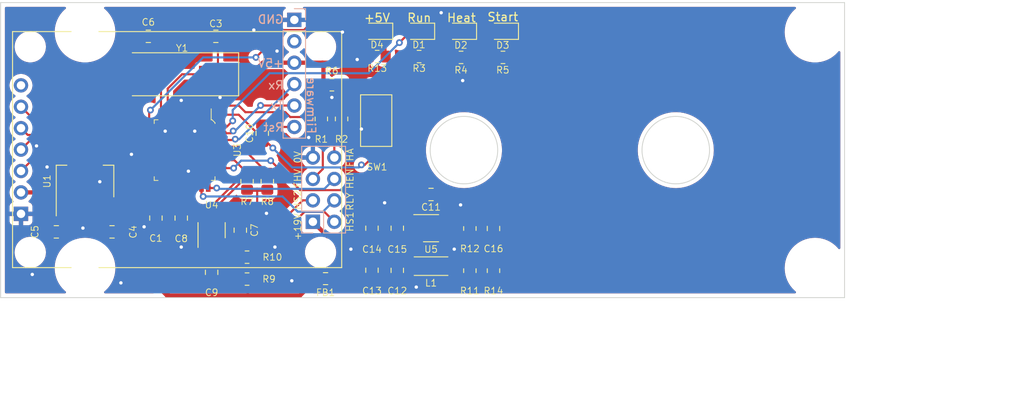
<source format=kicad_pcb>
(kicad_pcb (version 20211014) (generator pcbnew)
  (layers (0 "F.Cu" signal) (31 "B.Cu" signal) (34 "B.Paste" user) (35 "F.Paste" user) (36 "B.SilkS" user "B.Silkscreen") (37 "F.SilkS" user "F.Silkscreen") (38 "B.Mask" user) (39 "F.Mask" user) (44 "Edge.Cuts" user))
  (net 0 "")
  (net 1 "GNDPWR")
  (net 2 "Net-(C3-Pad1)")
  (net 3 "Net-(C5-Pad2)")
  (net 4 "Net-(C6-Pad1)")
  (net 5 "Net-(C10-Pad1)")
  (net 6 "Net-(C10-Pad2)")
  (net 7 "Net-(D1-Pad1)")
  (net 8 "Net-(D2-Pad1)")
  (net 9 "+5V")
  (net 10 "Net-(D3-Pad1)")
  (net 11 "FlagHighVoltage")
  (net 12 "FlagMBHeaterActive")
  (net 13 "HeaterSense1")
  (net 14 "HeaterSense2")
  (net 15 "RLY_CTRL")
  (net 22 "LED_MCU_ON")
  (net 23 "LED_Heater_ON")
  (net 24 "Net-(C12-Pad2)")
  (net 25 "LED_Heater_Start")
  (net 26 "VDC")
  (net 27 "Net-(R9-Pad1)")
  (net 28 "Disp_DC")
  (net 29 "Disp_RES")
  (net 30 "Disp_SDA")
  (net 31 "Disp_SCL")
  (net 32 "Heater_EN")
  (net 33 "Net-(R10-Pad1)")
  (net 34 "Net-(C11-Pad1)")
  (net 35 "Net-(C11-Pad2)")
  (net 36 "SDA")
  (net 37 "SCL")
  (net 38 "Net-(C16-Pad1)")
  (net 39 "Net-(C16-Pad2)")
  (net 40 "Net-(D4-Pad1)")
  (net 42 "Net-(J2-Pad4)")
  (net 43 "Net-(J2-Pad5)")
  (net 45 "Net-(U3-Pad20)")
  (footprint "Capacitor_SMD:C_0805_2012Metric_Pad1.18x1.45mm_HandSolder" (layer "F.Cu") (at 72.5 49)
    (fp_text reference "C6")
    (fp_text value "22pF")
  )
  (footprint "digikey-footprints:TQFP-32_7x7mm" (layer "F.Cu") (at 76.8 62.5 -90)
    (fp_text reference "U3")
    (fp_text value "ATMEGA328P-AU")
  )
  (footprint "Capacitor_SMD:C_0805_2012Metric_Pad1.18x1.45mm_HandSolder" (layer "F.Cu") (at 99 71.765 -90)
    (fp_text reference "C14")
    (fp_text value "10µF 50V")
  )
  (footprint "Capacitor_SMD:C_0805_2012Metric_Pad1.18x1.45mm_HandSolder" (layer "F.Cu") (at 83.4 72 -90)
    (fp_text reference "C7")
    (fp_text value "100nF")
  )
  (footprint "Capacitor_SMD:C_0805_2012Metric_Pad1.18x1.45mm_HandSolder" (layer "F.Cu") (at 68.2 72.2 180)
    (fp_text reference "C4")
    (fp_text value "100nF")
  )
  (footprint "LED_SMD:LED_0805_2012Metric_Pad1.15x1.40mm_HandSolder" (layer "F.Cu") (at 109.533332 48.4 180)
    (fp_text reference "D2")
    (fp_text value "\"Heater_ON\"")
  )
  (footprint "Capacitor_SMD:C_0805_2012Metric_Pad1.18x1.45mm_HandSolder" (layer "F.Cu") (at 106 67.765)
    (fp_text reference "C11")
    (fp_text value "100nF")
  )
  (footprint "Resistor_SMD:R_0805_2012Metric_Pad1.20x1.40mm_HandSolder" (layer "F.Cu") (at 110.6 71.8 90)
    (fp_text reference "R12")
    (fp_text value "100kΩ")
  )
  (footprint "MountingHole:MountingHole_3.2mm_M3" (layer "F.Cu") (at 151.5 48.5)
    (fp_text reference "H3" hide)
    (fp_text value "MountingHole")
  )
  (footprint "Resistor_SMD:R_0805_2012Metric_Pad1.20x1.40mm_HandSolder" (layer "F.Cu") (at 93 58.8 -90)
    (fp_text reference "R1")
    (fp_text value "1MΩ")
  )
  (footprint "Inductor_SMD:L_0805_2012Metric_Pad1.15x1.40mm_HandSolder" (layer "F.Cu") (at 93.5 77.75 180)
    (fp_text reference "FB1")
    (fp_text value "FerriteBead_Small")
  )
  (footprint "Resistor_SMD:R_0805_2012Metric_Pad1.20x1.40mm_HandSolder" (layer "F.Cu") (at 110.6 76.8 90)
    (fp_text reference "R11")
    (fp_text value "49.9Ω")
  )
  (footprint "myDevices:Display_IPS_1.3_SPI" (layer "F.Cu") (at 56.4125 76.4375 90)
    (fp_text reference "U2" hide)
    (fp_text value "Display_IPS_1.3_SPI")
  )
  (footprint "Capacitor_SMD:C_0805_2012Metric_Pad1.18x1.45mm_HandSolder" (layer "F.Cu") (at 80.5 49 180)
    (fp_text reference "C3")
    (fp_text value "22pF")
  )
  (footprint "LED_SMD:LED_0805_2012Metric_Pad1.15x1.40mm_HandSolder" (layer "F.Cu") (at 104.566666 48.4 180)
    (fp_text reference "D1")
    (fp_text value "\"MCU_ON\"")
  )
  (footprint "Package_TO_SOT_SMD:SOT-23-8_Handsoldering" (layer "F.Cu") (at 80 72 90)
    (fp_text reference "U4")
    (fp_text value "INA219AIDCNR")
  )
  (footprint "Resistor_SMD:R_0805_2012Metric_Pad1.20x1.40mm_HandSolder" (layer "F.Cu") (at 84.2 77.8)
    (fp_text reference "R9")
    (fp_text value "10Ω")
  )
  (footprint "Resistor_SMD:R_0805_2012Metric_Pad1.20x1.40mm_HandSolder" (layer "F.Cu") (at 84.2 75.2)
    (fp_text reference "R10")
    (fp_text value "10Ω")
  )
  (footprint "Package_TO_SOT_SMD:SOT-223-3_TabPin2" (layer "F.Cu") (at 65 66.2 90)
    (fp_text reference "U1")
    (fp_text value "AMS1117-3.3")
  )
  (footprint "Resistor_SMD:R_0805_2012Metric_Pad1.20x1.40mm_HandSolder" (layer "F.Cu") (at 104.589166 51.4)
    (fp_text reference "R3")
    (fp_text value "560Ω")
  )
  (footprint "Capacitor_SMD:C_0805_2012Metric_Pad1.18x1.45mm_HandSolder" (layer "F.Cu") (at 73.4 70.5625 90)
    (fp_text reference "C1")
    (fp_text value "100nF")
  )
  (footprint "MountingHole:MountingHole_3.2mm_M3" (layer "F.Cu") (at 151.5 76.5)
    (fp_text reference "H4" hide)
    (fp_text value "MountingHole")
  )
  (footprint "Capacitor_SMD:C_0805_2012Metric_Pad1.18x1.45mm_HandSolder" (layer "F.Cu") (at 61.6 72.2)
    (fp_text reference "C5")
    (fp_text value "100nF")
  )
  (footprint "MountingHole:MountingHole_3.2mm_M3" (layer "F.Cu") (at 65 76.5)
    (fp_text reference "H2" hide)
    (fp_text value "MountingHole")
  )
  (footprint "Capacitor_SMD:C_0805_2012Metric_Pad1.18x1.45mm_HandSolder" (layer "F.Cu") (at 102 76.765 90)
    (fp_text reference "C12")
    (fp_text value "22µF 25V")
  )
  (footprint "Resistor_SMD:R_0805_2012Metric_Pad1.20x1.40mm_HandSolder" (layer "F.Cu") (at 86.6 66.2 90)
    (fp_text reference "R8")
    (fp_text value "4.7kΩ")
  )
  (footprint "LED_SMD:LED_0805_2012Metric_Pad1.15x1.40mm_HandSolder" (layer "F.Cu") (at 99.6 48.4 180)
    (fp_text reference "D4")
    (fp_text value "\"+5V\"")
  )
  (footprint "Crystal:Crystal_SMD_HC49-SD" (layer "F.Cu") (at 76.5 53.5 180)
    (fp_text reference "Y1")
    (fp_text value "16MHz")
  )
  (footprint "Resistor_SMD:R_0805_2012Metric_Pad1.20x1.40mm_HandSolder" (layer "F.Cu") (at 109.555832 51.5)
    (fp_text reference "R4")
    (fp_text value "560Ω")
  )
  (footprint "Inductor_SMD:L_Taiyo-Yuden_NR-20xx_HandSoldering" (layer "F.Cu") (at 106 76.265 180)
    (fp_text reference "L1")
    (fp_text value "10µH 1A")
  )
  (footprint "Button_Switch_SMD:SW_SPST_CK_RS282G05A3" (layer "F.Cu") (at 99.5 59 -90)
    (fp_text reference "SW1")
    (fp_text value "RESET")
  )
  (footprint "Capacitor_SMD:C_0805_2012Metric_Pad1.18x1.45mm_HandSolder" (layer "F.Cu") (at 102 71.765 -90)
    (fp_text reference "C15")
    (fp_text value "100nF")
  )
  (footprint "Resistor_SMD:R_0805_2012Metric_Pad1.20x1.40mm_HandSolder" (layer "F.Cu") (at 113.4 76.8 -90)
    (fp_text reference "R14")
    (fp_text value "13.3kΩ")
  )
  (footprint "Resistor_SMD:R_0805_2012Metric_Pad1.20x1.40mm_HandSolder" (layer "F.Cu") (at 99.6225 51.4 180)
    (fp_text reference "R13")
    (fp_text value "330Ω")
  )
  (footprint "Resistor_SMD:R_0805_2012Metric_Pad1.20x1.40mm_HandSolder" (layer "F.Cu") (at 114.5225 51.5)
    (fp_text reference "R5")
    (fp_text value "560Ω")
  )
  (footprint "Capacitor_SMD:C_0805_2012Metric_Pad1.18x1.45mm_HandSolder" (layer "F.Cu") (at 76.4 70.5625 90)
    (fp_text reference "C8")
    (fp_text value "100nF")
  )
  (footprint "LED_SMD:LED_0805_2012Metric_Pad1.15x1.40mm_HandSolder" (layer "F.Cu") (at 114.5 48.4 180)
    (fp_text reference "D3")
    (fp_text value "\"Heater_Start\"")
  )
  (footprint "Capacitor_SMD:C_0805_2012Metric_Pad1.18x1.45mm_HandSolder" (layer "F.Cu") (at 113.4 71.8 -90)
    (fp_text reference "C16")
    (fp_text value "75pF")
  )
  (footprint "Package_TO_SOT_SMD:SOT-23-6_Handsoldering" (layer "F.Cu") (at 106 71.765)
    (fp_text reference "U5")
    (fp_text value "TPS54302")
  )
  (footprint "Capacitor_SMD:C_0805_2012Metric_Pad1.18x1.45mm_HandSolder" (layer "F.Cu") (at 86 60.5 -90)
    (fp_text reference "C10")
    (fp_text value "10nF")
  )
  (footprint "Capacitor_SMD:C_0805_2012Metric_Pad1.18x1.45mm_HandSolder" (layer "F.Cu") (at 99 76.75 90)
    (fp_text reference "C13")
    (fp_text value "22µF 25V")
  )
  (footprint "Capacitor_SMD:C_0805_2012Metric_Pad1.18x1.45mm_HandSolder" (layer "F.Cu") (at 80 77 -90)
    (fp_text reference "C9")
    (fp_text value "1µF")
  )
  (footprint "MountingHole:MountingHole_3.2mm_M3" (layer "F.Cu") (at 65 48.5)
    (fp_text reference "H1" hide)
    (fp_text value "MountingHole")
  )
  (footprint "Resistor_SMD:R_0805_2012Metric_Pad1.20x1.40mm_HandSolder" (layer "F.Cu") (at 95.4 58.8 -90)
    (fp_text reference "R2")
    (fp_text value "1MΩ")
  )
  (footprint "Resistor_SMD:R_0805_2012Metric_Pad1.20x1.40mm_HandSolder" (layer "F.Cu") (at 84.2 66.2 -90)
    (fp_text reference "R7")
    (fp_text value "4.7kΩ")
  )
  (footprint "Resistor_SMD:R_0805_2012Metric_Pad1.20x1.40mm_HandSolder" (layer "F.Cu") (at 94.25 54.75)
    (fp_text reference "R6")
    (fp_text value "10kΩ")
  )
  (footprint "Connector_PinHeader_2.54mm:PinHeader_2x04_P2.54mm_Vertical" (layer "B.Cu") (at 92 71)
    (fp_text reference "J1" hide)
    (fp_text value "MCU_Interface")
  )
  (footprint "Connector_PinHeader_2.54mm:PinHeader_1x06_P2.54mm_Vertical" (layer "B.Cu") (at 89.8 47.05 180)
    (fp_text reference "J2" hide)
    (fp_text value "Firmware")
  )
  (gr_line (start 55 80) (end 155 80) (layer "Edge.Cuts") (width 0.1))
  (gr_circle (center 109.9 62.5) (end 113.9 62.5) (layer "Edge.Cuts") (width 0.1) (fill none))
  (gr_circle (center 135 62.5) (end 139 62.5) (layer "Edge.Cuts") (width 0.1) (fill none))
  (gr_line (start 55 45) (end 55 80) (layer "Edge.Cuts") (width 0.1))
  (gr_line (start 155 45) (end 155 80) (layer "Edge.Cuts") (width 0.1))
  (gr_line (start 55 45) (end 155 45) (layer "Edge.Cuts") (width 0.1))
  (gr_text "Firmware" (at 91.8 57.2 270) (layer "B.SilkS") (effects (font (size 1 1)) (justify mirror)))
  (gr_text "Rst" (at 87.333334 59.8) (layer "B.SilkS") (effects (font (size 1 1)) (justify mirror)))
  (gr_text "Rx" (at 87.619048 54.8) (layer "B.SilkS") (effects (font (size 1 1)) (justify mirror)))
  (gr_text "Tx" (at 87.738095 57.2) (layer "B.SilkS") (effects (font (size 1 1)) (justify mirror)))
  (gr_text "+5V" (at 87 52.2) (layer "B.SilkS") (effects (font (size 1 1)) (justify mirror)))
  (gr_text "GND" (at 87 47) (layer "B.SilkS") (effects (font (size 1 1)) (justify mirror)))
  (gr_text "HEN" (at 96.4 65.9 90) (layer "F.SilkS") (effects (font (size 0.8 0.8) (thickness 0.1))))
  (gr_text "Start" (at 114.5 46.7) (layer "F.SilkS") (effects (font (size 1 1))))
  (gr_text "FHA" (at 96.4 63.4 90) (layer "F.SilkS") (effects (font (size 0.8 0.8) (thickness 0.1))))
  (gr_text "RLY" (at 96.4 68.6 90) (layer "F.SilkS") (effects (font (size 0.8 0.8) (thickness 0.1))))
  (gr_text "HS2" (at 90.2 68.4 90) (layer "F.SilkS") (effects (font (size 0.8 0.8) (thickness 0.1))))
  (gr_text "HS1" (at 96.4 71 90) (layer "F.SilkS") (effects (font (size 0.8 0.8) (thickness 0.1))))
  (gr_text "Heat" (at 109.6 46.8) (layer "F.SilkS") (effects (font (size 1 1))))
  (gr_text "+5V" (at 99.6 46.8) (layer "F.SilkS") (effects (font (size 1 1))))
  (gr_text "Run" (at 104.6 46.8) (layer "F.SilkS") (effects (font (size 1 1))))
  (gr_text "FHV" (at 90.2 65.85 90) (layer "F.SilkS") (effects (font (size 0.8 0.8) (thickness 0.1))))
  (gr_text "+19V" (at 90.2 71.6 90) (layer "F.SilkS") (effects (font (size 0.8 0.8) (thickness 0.1))))
  (gr_text "0V" (at 90.2 63.35 90) (layer "F.SilkS") (effects (font (size 0.8 0.8) (thickness 0.1))))
  (segment (start 73.4 71.6) (end 72 71.6) (width 0.5) (layer "F.Cu") (net 1))
  (segment (start 82.2375 72.125) (end 80.075 72.125) (width 0.25) (layer "F.Cu") (net 1))
  (segment (start 76.4 58.3) (end 76.4 56.6) (width 0.5) (layer "F.Cu") (net 1))
  (segment (start 79.67 71.72) (end 80.075 72.125) (width 0.25) (layer "F.Cu") (net 1))
  (segment (start 78 58.3) (end 78 60.25) (width 0.5) (layer "F.Cu") (net 1))
  (segment (start 80.33 72.38) (end 80.33 73.35) (width 0.25) (layer "F.Cu") (net 1))
  (segment (start 79.67 70.65) (end 79.67 71.72) (width 0.25) (layer "F.Cu") (net 1))
  (segment (start 77.2 65.05) (end 77.25 65) (width 0.5) (layer "F.Cu") (net 1))
  (segment (start 80.075 72.125) (end 80.33 72.38) (width 0.25) (layer "F.Cu") (net 1))
  (segment (start 83.4 70.9625) (end 82.2375 72.125) (width 0.25) (layer "F.Cu") (net 1))
  (segment (start 79.02 70.65) (end 79.67 70.65) (width 0.25) (layer "F.Cu") (net 1))
  (segment (start 77.2 66.7) (end 77.2 65.05) (width 0.5) (layer "F.Cu") (net 1))
  (segment (start 98.6225 51.4) (end 97.6 51.4) (width 0.5) (layer "F.Cu") (net 1))
  (segment (start 76.4 71.6) (end 76.4 74) (width 0.5) (layer "F.Cu") (net 1))
  (segment (start 97.6 51.4) (end 97.25 51.75) (width 0.5) (layer "F.Cu") (net 1))
  (via (at 87.75 50.75) (size 0.8) (drill 0.4) (layers "F.Cu" "B.Cu") (net 1))
  (via (at 77.25 65) (size 0.8) (drill 0.4) (layers "F.Cu" "B.Cu") (net 1))
  (via (at 76.4 74) (size 0.8) (drill 0.4) (layers "F.Cu" "B.Cu") (net 1))
  (via (at 64.75 71.75) (size 0.8) (drill 0.4) (layers "F.Cu" "B.Cu") (net 1))
  (via (at 104.25 78.75) (size 0.8) (drill 0.4) (layers "F.Cu" "B.Cu") (net 1))
  (via (at 108.75 74.25) (size 0.8) (drill 0.4) (layers "F.Cu" "B.Cu") (net 1))
  (via (at 97.75 60) (size 0.8) (drill 0.4) (layers "F.Cu" "B.Cu") (net 1))
  (via (at 91.5 61) (size 0.8) (drill 0.4) (layers "F.Cu" "B.Cu") (net 1))
  (via (at 70.5 63) (size 0.8) (drill 0.4) (layers "F.Cu" "B.Cu") (net 1))
  (via (at 78 60.25) (size 0.8) (drill 0.4) (layers "F.Cu" "B.Cu") (net 1))
  (via (at 74.5 60.25) (size 0.8) (drill 0.4) (layers "F.Cu" "B.Cu") (net 1))
  (via (at 97.25 51.75) (size 0.8) (drill 0.4) (layers "F.Cu" "B.Cu") (net 1))
  (via (at 94.25 56.25) (size 0.8) (drill 0.4) (layers "F.Cu" "B.Cu") (net 1))
  (via (at 76.4 56.6) (size 0.8) (drill 0.4) (layers "F.Cu" "B.Cu") (net 1))
  (via (at 109.75 54.25) (size 0.8) (drill 0.4) (layers "F.Cu" "B.Cu") (net 1))
  (via (at 109.5 69) (size 0.8) (drill 0.4) (layers "F.Cu" "B.Cu") (net 1))
  (via (at 58.75 77.25) (size 0.8) (drill 0.4) (layers "F.Cu" "B.Cu") (net 1))
  (via (at 85 48.25) (size 0.8) (drill 0.4) (layers "F.Cu" "B.Cu") (net 1))
  (via (at 95.5 48.5) (size 0.8) (drill 0.4) (layers "F.Cu" "B.Cu") (net 1))
  (via (at 66.75 66.25) (size 0.8) (drill 0.4) (layers "F.Cu" "B.Cu") (net 1))
  (via (at 87.5 74) (size 0.8) (drill 0.4) (layers "F.Cu" "B.Cu") (net 1))
  (via (at 69.25 78.25) (size 0.8) (drill 0.4) (layers "F.Cu" "B.Cu") (net 1))
  (via (at 59.25 62) (size 0.8) (drill 0.4) (layers "F.Cu" "B.Cu") (net 1))
  (via (at 100.5 68.75) (size 0.8) (drill 0.4) (layers "F.Cu" "B.Cu") (net 1))
  (via (at 81 56.25) (size 0.8) (drill 0.4) (layers "F.Cu" "B.Cu") (net 1))
  (via (at 86.5 70) (size 0.8) (drill 0.4) (layers "F.Cu" "B.Cu") (net 1))
  (via (at 89.5 78) (size 0.8) (drill 0.4) (layers "F.Cu" "B.Cu") (net 1))
  (via (at 72 71.6) (size 0.8) (drill 0.4) (layers "F.Cu" "B.Cu") (net 1))
  (via (at 96.5 74.25) (size 0.8) (drill 0.4) (layers "F.Cu" "B.Cu") (net 1))
  (via (at 107.2 46.2) (size 0.8) (drill 0.4) (layers "F.Cu" "B.Cu") (net 1))
  (via (at 60.5 64.5) (size 0.8) (drill 0.4) (layers "F.Cu" "B.Cu") (net 1))
  (segment (start 80.75 49.7875) (end 81.5375 49) (width 0.25) (layer "F.Cu") (net 2))
  (segment (start 76.5 53.5) (end 80.75 53.5) (width 0.25) (layer "F.Cu") (net 2))
  (segment (start 74.8 58.3) (end 74.8 55.2) (width 0.25) (layer "F.Cu") (net 2))
  (segment (start 74.8 55.2) (end 76.5 53.5) (width 0.25) (layer "F.Cu") (net 2))
  (segment (start 80.75 53.5) (end 80.75 49.7875) (width 0.25) (layer "F.Cu") (net 2))
  (segment (start 65 67.2) (end 65 63.05) (width 0.5) (layer "F.Cu") (net 3))
  (segment (start 65 67.4) (end 65 67.2) (width 0.5) (layer "F.Cu") (net 3))
  (segment (start 65 69.8375) (end 62.6375 72.2) (width 0.5) (layer "F.Cu") (net 3))
  (segment (start 65 69.35) (end 65 69.8375) (width 0.5) (layer "F.Cu") (net 3))
  (segment (start 64.8825 67.5175) (end 65 67.4) (width 0.5) (layer "F.Cu") (net 3))
  (segment (start 65 69.35) (end 65 67.4) (width 0.5) (layer "F.Cu") (net 3))
  (segment (start 57.4125 67.5175) (end 64.8825 67.5175) (width 0.5) (layer "F.Cu") (net 3))
  (segment (start 74 55.25) (end 72.25 53.5) (width 0.25) (layer "F.Cu") (net 4))
  (segment (start 72.25 49.7875) (end 71.4625 49) (width 0.25) (layer "F.Cu") (net 4))
  (segment (start 72.25 53.5) (end 72.25 49.7875) (width 0.25) (layer "F.Cu") (net 4))
  (segment (start 74 58.3) (end 74 55.25) (width 0.25) (layer "F.Cu") (net 4))
  (segment (start 89.8 59.75) (end 86.2875 59.75) (width 0.25) (layer "F.Cu") (net 5))
  (segment (start 86.2875 59.75) (end 86 59.4625) (width 0.25) (layer "F.Cu") (net 5))
  (segment (start 99.5 62.9) (end 99.5 59) (width 0.25) (layer "F.Cu") (net 6))
  (segment (start 97.75 64.25) (end 98.15 64.25) (width 0.25) (layer "F.Cu") (net 6))
  (segment (start 86.5375 61.5375) (end 87.25 62.25) (width 0.25) (layer "F.Cu") (net 6))
  (segment (start 85.4375 62.1) (end 86 61.5375) (width 0.25) (layer "F.Cu") (net 6))
  (segment (start 99.5 59) (end 95.25 54.75) (width 0.25) (layer "F.Cu") (net 6))
  (segment (start 86 61.5375) (end 86.5375 61.5375) (width 0.25) (layer "F.Cu") (net 6))
  (segment (start 81 62.1) (end 85.4375 62.1) (width 0.25) (layer "F.Cu") (net 6))
  (segment (start 98.15 64.25) (end 99.5 62.9) (width 0.25) (layer "F.Cu") (net 6))
  (via (at 97.75 64.25) (size 0.8) (drill 0.4) (layers "F.Cu" "B.Cu") (net 6))
  (via (at 87.25 62.25) (size 0.8) (drill 0.4) (layers "F.Cu" "B.Cu") (net 6))
  (segment (start 89.555 64.555) (end 97.445 64.555) (width 0.25) (layer "B.Cu") (net 6))
  (segment (start 87.25 62.25) (end 89.555 64.555) (width 0.25) (layer "B.Cu") (net 6))
  (segment (start 97.445 64.555) (end 97.75 64.25) (width 0.25) (layer "B.Cu") (net 6))
  (segment (start 105.6 51.4) (end 105.6 48.425) (width 0.25) (layer "F.Cu") (net 7))
  (segment (start 110.558332 48.4) (end 110.558332 51.4975) (width 0.25) (layer "F.Cu") (net 8))
  (segment (start 110.558332 51.4975) (end 110.555832 51.5) (width 0.25) (layer "F.Cu") (net 8))
  (segment (start 77.2 57.175) (end 79.175 55.2) (width 0.5) (layer "F.Cu") (net 9))
  (segment (start 83.4 73.0375) (end 85.4 71.0375) (width 0.25) (layer "F.Cu") (net 9))
  (segment (start 74.8 61.7) (end 76.5 60) (width 0.5) (layer "F.Cu") (net 9))
  (segment (start 73.4 69.5625) (end 74.6375 69.5625) (width 0.5) (layer "F.Cu") (net 9))
  (segment (start 76.175 60) (end 75.6 59.425) (width 0.5) (layer "F.Cu") (net 9))
  (segment (start 67.1625 69.4875) (end 67.3 69.35) (width 0.5) (layer "F.Cu") (net 9))
  (segment (start 89.8 52.13) (end 93.13 52.13) (width 0.5) (layer "F.Cu") (net 9))
  (segment (start 74.6375 69.5625) (end 74.8 69.4) (width 0.5) (layer "F.Cu") (net 9))
  (segment (start 93.25 52.25) (end 93.13 52.13) (width 0.5) (layer "F.Cu") (net 9))
  (segment (start 75.6 59.425) (end 75.6 58.3) (width 0.5) (layer "F.Cu") (net 9))
  (segment (start 94.845 52.13) (end 98.575 48.4) (width 0.5) (layer "F.Cu") (net 9))
  (segment (start 90.475 79.75) (end 92.475 77.75) (width 0.5) (layer "F.Cu") (net 9))
  (segment (start 86.6 67.2) (end 85.4 67.2) (width 0.5) (layer "F.Cu") (net 9))
  (segment (start 76.5 60) (end 76.175 60) (width 0.5) (layer "F.Cu") (net 9))
  (segment (start 76.75 60) (end 76.5 60) (width 0.5) (layer "F.Cu") (net 9))
  (segment (start 74.8 66.7) (end 74.8 69.4) (width 0.5) (layer "F.Cu") (net 9))
  (segment (start 84.275 79.675) (end 84.35 79.75) (width 0.25) (layer "F.Cu") (net 9))
  (segment (start 74.8 69.4) (end 74.8 79.6625) (width 0.5) (layer "F.Cu") (net 9))
  (segment (start 74.7125 79.75) (end 84.35 79.75) (width 0.5) (layer "F.Cu") (net 9))
  (segment (start 80.98 73.35) (end 83.0875 73.35) (width 0.25) (layer "F.Cu") (net 9))
  (segment (start 93.13 52.13) (end 94.845 52.13) (width 0.5) (layer "F.Cu") (net 9))
  (segment (start 83 55.2) (end 86.07 52.13) (width 0.5) (layer "F.Cu") (net 9))
  (segment (start 86.07 52.13) (end 89.8 52.13) (width 0.5) (layer "F.Cu") (net 9))
  (segment (start 93.25 54.75) (end 93.25 52.25) (width 0.5) (layer "F.Cu") (net 9))
  (segment (start 77.2 58.3) (end 77.2 57.175) (width 0.5) (layer "F.Cu") (net 9))
  (segment (start 85.4 71.0375) (end 85.4 67.2) (width 0.25) (layer "F.Cu") (net 9))
  (segment (start 93 57.8) (end 93 55) (width 0.5) (layer "F.Cu") (net 9))
  (segment (start 74.8 79.6625) (end 74.7125 79.75) (width 0.5) (layer "F.Cu") (net 9))
  (segment (start 83.0875 73.35) (end 83.4 73.0375) (width 0.25) (layer "F.Cu") (net 9))
  (segment (start 77.2 58.3) (end 77.2 59.55) (width 0.5) (layer "F.Cu") (net 9))
  (segment (start 84.35 79.75) (end 90.475 79.75) (width 0.5) (layer "F.Cu") (net 9))
  (segment (start 77.2 59.55) (end 76.75 60) (width 0.5) (layer "F.Cu") (net 9))
  (segment (start 84.275 73.9125) (end 84.275 79.675) (width 0.25) (layer "F.Cu") (net 9))
  (segment (start 85.4 67.2) (end 84.2 67.2) (width 0.5) (layer "F.Cu") (net 9))
  (segment (start 83.4 73.0375) (end 84.275 73.9125) (width 0.25) (layer "F.Cu") (net 9))
  (segment (start 95.6 57.8) (end 93 57.8) (width 0.5) (layer "F.Cu") (net 9))
  (segment (start 74.8 66.7) (end 74.8 61.7) (width 0.5) (layer "F.Cu") (net 9))
  (segment (start 67.1625 72.2) (end 67.1625 69.4875) (width 0.5) (layer "F.Cu") (net 9))
  (segment (start 79.175 55.2) (end 83 55.2) (width 0.5) (layer "F.Cu") (net 9))
  (segment (start 93 55) (end 93.25 54.75) (width 0.5) (layer "F.Cu") (net 9))
  (segment (start 67.1625 72.2) (end 74.7125 79.75) (width 0.5) (layer "F.Cu") (net 9))
  (segment (start 115.525 51.4975) (end 115.5225 51.5) (width 0.25) (layer "F.Cu") (net 10))
  (segment (start 115.525 48.4) (end 115.525 51.4975) (width 0.25) (layer "F.Cu") (net 10))
  (segment (start 90.175 61.975) (end 93.175 61.975) (width 0.25) (layer "F.Cu") (net 11))
  (segment (start 93.175 59.975) (end 93 59.8) (width 0.25) (layer "F.Cu") (net 11))
  (segment (start 85.511827 60.6) (end 88.8 60.6) (width 0.25) (layer "F.Cu") (net 11))
  (segment (start 93.175 64.745) (end 93.175 61.975) (width 0.25) (layer "F.Cu") (net 11))
  (segment (start 88.8 60.6) (end 90.175 61.975) (width 0.25) (layer "F.Cu") (net 11))
  (segment (start 79.6 58.3) (end 83.211827 58.3) (width 0.25) (layer "F.Cu") (net 11))
  (segment (start 93.175 61.975) (end 93.175 59.975) (width 0.25) (layer "F.Cu") (net 11))
  (segment (start 92 65.92) (end 93.175 64.745) (width 0.25) (layer "F.Cu") (net 11))
  (segment (start 83.211827 58.3) (end 85.511827 60.6) (width 0.25) (layer "F.Cu") (net 11))
  (segment (start 94.4 58.8) (end 95.4 59.8) (width 0.25) (layer "F.Cu") (net 12))
  (segment (start 78.875 57.225) (end 83.225 57.225) (width 0.25) (layer "F.Cu") (net 12))
  (segment (start 78.8 57.3) (end 78.875 57.225) (width 0.25) (layer "F.Cu") (net 12))
  (segment (start 92.161827 58.575) (end 92.386827 58.8) (width 0.25) (layer "F.Cu") (net 12))
  (segment (start 92.386827 58.8) (end 94.4 58.8) (width 0.25) (layer "F.Cu") (net 12))
  (segment (start 88.738299 58) (end 89.313299 58.575) (width 0.25) (layer "F.Cu") (net 12))
  (segment (start 89.313299 58.575) (end 92.161827 58.575) (width 0.25) (layer "F.Cu") (net 12))
  (segment (start 94.54 63.38) (end 94.54 60.86) (width 0.25) (layer "F.Cu") (net 12))
  (segment (start 83.225 57.225) (end 84 58) (width 0.25) (layer "F.Cu") (net 12))
  (segment (start 94.54 60.86) (end 95.6 59.8) (width 0.25) (layer "F.Cu") (net 12))
  (segment (start 78.8 58.3) (end 78.8 57.3) (width 0.25) (layer "F.Cu") (net 12))
  (segment (start 84 58) (end 88.738299 58) (width 0.25) (layer "F.Cu") (net 12))
  (segment (start 88.6 75.2) (end 86 77.8) (width 0.25) (layer "F.Cu") (net 13))
  (segment (start 94.54 71) (end 93.365 69.825) (width 0.25) (layer "F.Cu") (net 13))
  (segment (start 91 69.825) (end 88.6 72.225) (width 0.25) (layer "F.Cu") (net 13))
  (segment (start 93.365 69.825) (end 91 69.825) (width 0.25) (layer "F.Cu") (net 13))
  (segment (start 88.6 72.225) (end 88.6 75.2) (width 0.25) (layer "F.Cu") (net 13))
  (segment (start 86 77.8) (end 85.2 77.8) (width 0.25) (layer "F.Cu") (net 13))
  (segment (start 85.2 74.057919) (end 85.2 75.2) (width 0.25) (layer "F.Cu") (net 14))
  (segment (start 90.797919 68.46) (end 85.2 74.057919) (width 0.25) (layer "F.Cu") (net 14))
  (segment (start 92 68.46) (end 90.797919 68.46) (width 0.25) (layer "F.Cu") (net 14))
  (segment (start 78.8 67.8) (end 79 68) (width 0.25) (layer "F.Cu") (net 15))
  (segment (start 78.8 66.7) (end 78.8 67.8) (width 0.25) (layer "F.Cu") (net 15))
  (via (at 79 68) (size 0.8) (drill 0.4) (layers "F.Cu" "B.Cu") (net 15))
  (segment (start 90.2 69.8) (end 93.2 69.8) (width 0.25) (layer "B.Cu") (net 15))
  (segment (start 93.2 69.8) (end 94.54 68.46) (width 0.25) (layer "B.Cu") (net 15))
  (segment (start 88.4 68) (end 90.2 69.8) (width 0.25) (layer "B.Cu") (net 15))
  (segment (start 79 68) (end 88.4 68) (width 0.25) (layer "B.Cu") (net 15))
  (segment (start 103.541666 48.4) (end 103.541666 48.458334) (width 0.25) (layer "F.Cu") (net 22))
  (segment (start 103.541666 48.458334) (end 102.25 49.75) (width 0.25) (layer "F.Cu") (net 22))
  (segment (start 81 59.7) (end 81.8245 59.7) (width 0.25) (layer "F.Cu") (net 22))
  (segment (start 81.8245 59.7) (end 82.5 59.0245) (width 0.25) (layer "F.Cu") (net 22))
  (via (at 82.5 59.0245) (size 0.8) (drill 0.4) (layers "F.Cu" "B.Cu") (net 22))
  (via (at 102.25 49.75) (size 0.8) (drill 0.4) (layers "F.Cu" "B.Cu") (net 22))
  (segment (start 86.875 53.375) (end 98.625 53.375) (width 0.25) (layer "B.Cu") (net 22))
  (segment (start 82.5 57.75) (end 86.875 53.375) (width 0.25) (layer "B.Cu") (net 22))
  (segment (start 98.625 53.375) (end 102.25 49.75) (width 0.25) (layer "B.Cu") (net 22))
  (segment (start 82.5 59.0245) (end 82.5 57.75) (width 0.25) (layer "B.Cu") (net 22))
  (segment (start 90.5 67.25) (end 87 63.75) (width 0.25) (layer "F.Cu") (net 23))
  (segment (start 97.3 67.25) (end 90.5 67.25) (width 0.25) (layer "F.Cu") (net 23))
  (segment (start 107.630832 49.2775) (end 107.630832 56.919168) (width 0.25) (layer "F.Cu") (net 23))
  (segment (start 82.612701 64.637299) (end 81.137299 64.637299) (width 0.25) (layer "F.Cu") (net 23))
  (segment (start 107.630832 56.919168) (end 97.3 67.25) (width 0.25) (layer "F.Cu") (net 23))
  (segment (start 108.508332 48.4) (end 107.630832 49.2775) (width 0.25) (layer "F.Cu") (net 23))
  (segment (start 81.137299 64.637299) (end 81 64.5) (width 0.25) (layer "F.Cu") (net 23))
  (via (at 82.612701 64.637299) (size 0.8) (drill 0.4) (layers "F.Cu" "B.Cu") (net 23))
  (via (at 87 63.75) (size 0.8) (drill 0.4) (layers "F.Cu" "B.Cu") (net 23))
  (segment (start 87 63.75) (end 83.5 63.75) (width 0.25) (layer "B.Cu") (net 23))
  (segment (start 83.5 63.75) (end 82.612701 64.637299) (width 0.25) (layer "B.Cu") (net 23))
  (segment (start 102.5375 76.265) (end 102 75.7275) (width 0.5) (layer "F.Cu") (net 24))
  (segment (start 104.825 77.225) (end 104.825 76.265) (width 0.5) (layer "F.Cu") (net 24))
  (segment (start 110.6 77.8) (end 105.4 77.8) (width 0.5) (layer "F.Cu") (net 24))
  (segment (start 102 75.7275) (end 99.015 75.7275) (width 0.5) (layer "F.Cu") (net 24))
  (segment (start 96.5625 75.7125) (end 99 75.7125) (width 0.5) (layer "F.Cu") (net 24))
  (segment (start 105.4 77.8) (end 104.825 77.225) (width 0.5) (layer "F.Cu") (net 24))
  (segment (start 94.525 77.75) (end 96.5625 75.7125) (width 0.5) (layer "F.Cu") (net 24))
  (segment (start 104.825 76.265) (end 102.5375 76.265) (width 0.5) (layer "F.Cu") (net 24))
  (segment (start 99.015 75.7275) (end 99 75.7125) (width 0.5) (layer "F.Cu") (net 24))
  (segment (start 90.95 48.25) (end 88.5 48.25) (width 0.25) (layer "F.Cu") (net 25))
  (segment (start 88.5 48.25) (end 85.25 51.5) (width 0.25) (layer "F.Cu") (net 25))
  (segment (start 72.6 57.9) (end 72.75 57.75) (width 0.25) (layer "F.Cu") (net 25))
  (segment (start 113.475 48.4) (end 112.45 47.375) (width 0.25) (layer "F.Cu") (net 25))
  (segment (start 91.825 47.375) (end 90.95 48.25) (width 0.25) (layer "F.Cu") (net 25))
  (segment (start 112.45 47.375) (end 91.825 47.375) (width 0.25) (layer "F.Cu") (net 25))
  (segment (start 72.6 59.7) (end 72.6 57.9) (width 0.25) (layer "F.Cu") (net 25))
  (via (at 85.25 51.5) (size 0.8) (drill 0.4) (layers "F.Cu" "B.Cu") (net 25))
  (via (at 72.75 57.75) (size 0.8) (drill 0.4) (layers "F.Cu" "B.Cu") (net 25))
  (segment (start 85.25 51.5) (end 79 51.5) (width 0.25) (layer "B.Cu") (net 25))
  (segment (start 79 51.5) (end 72.75 57.75) (width 0.25) (layer "B.Cu") (net 25))
  (segment (start 93.715 72.715) (end 92 71) (width 0.5) (layer "F.Cu") (net 26))
  (segment (start 104.65 72.715) (end 93.715 72.715) (width 0.5) (layer "F.Cu") (net 26))
  (segment (start 82.9625 78.0375) (end 80 78.0375) (width 0.25) (layer "F.Cu") (net 27))
  (segment (start 78.6 73.77) (end 79.02 73.35) (width 0.25) (layer "F.Cu") (net 27))
  (segment (start 83.2 77.8) (end 82.9625 78.0375) (width 0.25) (layer "F.Cu") (net 27))
  (segment (start 80 78.0375) (end 78.6 76.6375) (width 0.25) (layer "F.Cu") (net 27))
  (segment (start 78.6 76.6375) (end 78.6 73.77) (width 0.25) (layer "F.Cu") (net 27))
  (segment (start 68.609188 61.3) (end 67.559188 60.25) (width 0.25) (layer "F.Cu") (net 28))
  (segment (start 67.559188 60.25) (end 60.305 60.25) (width 0.25) (layer "F.Cu") (net 28))
  (segment (start 72.6 61.3) (end 68.609188 61.3) (width 0.25) (layer "F.Cu") (net 28))
  (segment (start 60.305 60.25) (end 57.4125 57.3575) (width 0.25) (layer "F.Cu") (net 28))
  (segment (start 58.215 60.7) (end 57.4125 59.8975) (width 0.25) (layer "F.Cu") (net 29))
  (segment (start 67.372792 60.7) (end 58.215 60.7) (width 0.25) (layer "F.Cu") (net 29))
  (segment (start 72.6 62.1) (end 68.772792 62.1) (width 0.25) (layer "F.Cu") (net 29))
  (segment (start 68.772792 62.1) (end 67.372792 60.7) (width 0.25) (layer "F.Cu") (net 29))
  (segment (start 58.7 61.15) (end 57.4125 62.4375) (width 0.25) (layer "F.Cu") (net 30))
  (segment (start 70.536396 64.5) (end 67.186396 61.15) (width 0.25) (layer "F.Cu") (net 30))
  (segment (start 67.186396 61.15) (end 58.7 61.15) (width 0.25) (layer "F.Cu") (net 30))
  (segment (start 72.6 64.5) (end 70.536396 64.5) (width 0.25) (layer "F.Cu") (net 30))
  (segment (start 74 66.7) (end 72.1 66.7) (width 0.25) (layer "F.Cu") (net 31))
  (segment (start 72.1 66.7) (end 67 61.6) (width 0.25) (layer "F.Cu") (net 31))
  (segment (start 67 61.6) (end 60.79 61.6) (width 0.25) (layer "F.Cu") (net 31))
  (segment (start 60.79 61.6) (end 57.4125 64.9775) (width 0.25) (layer "F.Cu") (net 31))
  (segment (start 79.9 67) (end 79.6 66.7) (width 0.25) (layer "F.Cu") (net 32))
  (segment (start 80.6 67) (end 79.9 67) (width 0.25) (layer "F.Cu") (net 32))
  (via (at 80.6 67) (size 0.8) (drill 0.4) (layers "F.Cu" "B.Cu") (net 32))
  (segment (start 93.365 67.095) (end 80.695 67.095) (width 0.25) (layer "B.Cu") (net 32))
  (segment (start 80.695 67.095) (end 80.6 67) (width 0.25) (layer "B.Cu") (net 32))
  (segment (start 94.54 65.92) (end 93.365 67.095) (width 0.25) (layer "B.Cu") (net 32))
  (segment (start 79.67 75.6325) (end 80 75.9625) (width 0.25) (layer "F.Cu") (net 33))
  (segment (start 79.67 73.35) (end 79.67 75.6325) (width 0.25) (layer "F.Cu") (net 33))
  (segment (start 80 75.9625) (end 82.4375 75.9625) (width 0.25) (layer "F.Cu") (net 33))
  (segment (start 82.4375 75.9625) (end 83.2 75.2) (width 0.25) (layer "F.Cu") (net 33))
  (segment (start 104.65 71.765) (end 106.035 71.765) (width 0.5) (layer "F.Cu") (net 34))
  (segment (start 106.1 71.7) (end 106.1 68.9025) (width 0.5) (layer "F.Cu") (net 34))
  (segment (start 106.1 68.9025) (end 104.9625 67.765) (width 0.5) (layer "F.Cu") (net 34))
  (segment (start 106.1 72.35) (end 106.1 75.19) (width 0.5) (layer "F.Cu") (net 34))
  (segment (start 106.1 72.35) (end 106.1 71.7) (width 0.5) (layer "F.Cu") (net 34))
  (segment (start 106.035 71.765) (end 106.1 71.7) (width 0.5) (layer "F.Cu") (net 34))
  (segment (start 106.1 75.19) (end 107.175 76.265) (width 0.5) (layer "F.Cu") (net 34))
  (segment (start 107.0375 68.5) (end 107.35 68.8125) (width 0.25) (layer "F.Cu") (net 35))
  (segment (start 107.35 68.0775) (end 107.35 70.815) (width 0.25) (layer "F.Cu") (net 35))
  (segment (start 80.33 70.65) (end 80.33 68.820431) (width 0.25) (layer "F.Cu") (net 36))
  (segment (start 80.33 68.820431) (end 83.950431 65.2) (width 0.25) (layer "F.Cu") (net 36))
  (segment (start 83.950431 65.2) (end 84.2 65.2) (width 0.25) (layer "F.Cu") (net 36))
  (segment (start 84.2 65.2) (end 82.7 63.7) (width 0.25) (layer "F.Cu") (net 36))
  (segment (start 82.7 63.7) (end 81 63.7) (width 0.25) (layer "F.Cu") (net 36))
  (segment (start 85.6 66.2) (end 86.6 65.2) (width 0.25) (layer "F.Cu") (net 37))
  (segment (start 81 62.9) (end 84.3 62.9) (width 0.25) (layer "F.Cu") (net 37))
  (segment (start 83.586827 66.2) (end 85.6 66.2) (width 0.25) (layer "F.Cu") (net 37))
  (segment (start 80.98 70.65) (end 80.98 68.806827) (width 0.25) (layer "F.Cu") (net 37))
  (segment (start 84.3 62.9) (end 86.6 65.2) (width 0.25) (layer "F.Cu") (net 37))
  (segment (start 80.98 68.806827) (end 83.586827 66.2) (width 0.25) (layer "F.Cu") (net 37))
  (segment (start 113.4 75.8) (end 114.45 74.75) (width 0.25) (layer "F.Cu") (net 38))
  (segment (start 114.45 74.75) (end 114.45 71.8125) (width 0.25) (layer "F.Cu") (net 38))
  (segment (start 113.3625 70.8) (end 113.4 70.7625) (width 0.25) (layer "F.Cu") (net 38))
  (segment (start 107.35 72.715) (end 108.685 72.715) (width 0.25) (layer "F.Cu") (net 38))
  (segment (start 108.685 72.715) (end 110.6 70.8) (width 0.25) (layer "F.Cu") (net 38))
  (segment (start 110.6 70.8) (end 113.3625 70.8) (width 0.25) (layer "F.Cu") (net 38))
  (segment (start 114.45 71.8125) (end 113.4 70.7625) (width 0.25) (layer "F.Cu") (net 38))
  (segment (start 110.6 75.8) (end 110.6 72.8) (width 0.25) (layer "F.Cu") (net 39))
  (segment (start 113.4 72.8375) (end 110.6375 72.8375) (width 0.25) (layer "F.Cu") (net 39))
  (segment (start 110.6375 72.8375) (end 110.6 72.8) (width 0.25) (layer "F.Cu") (net 39))
  (segment (start 100.6 48.425) (end 100.625 48.4) (width 0.25) (layer "F.Cu") (net 40))
  (segment (start 100.6 51.4) (end 100.6 48.425) (width 0.25) (layer "F.Cu") (net 40))
  (segment (start 82.7 61.3) (end 82.8 61.2) (width 0.25) (layer "F.Cu") (net 42))
  (segment (start 81 61.3) (end 82.7 61.3) (width 0.25) (layer "F.Cu") (net 42))
  (via (at 82.8 61.2) (size 0.8) (drill 0.4) (layers "F.Cu" "B.Cu") (net 42))
  (segment (start 89.8 54.67) (end 83.27 61.2) (width 0.25) (layer "B.Cu") (net 42))
  (segment (start 83.27 61.2) (end 82.8 61.2) (width 0.25) (layer "B.Cu") (net 42))
  (segment (start 82.287926 60.5) (end 82.557585 60.230341) (width 0.25) (layer "F.Cu") (net 43))
  (segment (start 85.81 57.21) (end 85.8 57.2) (width 0.25) (layer "F.Cu") (net 43))
  (segment (start 89.8 57.21) (end 85.81 57.21) (width 0.25) (layer "F.Cu") (net 43))
  (segment (start 81 60.5) (end 82.287926 60.5) (width 0.25) (layer "F.Cu") (net 43))
  (via (at 85.8 57.2) (size 0.8) (drill 0.4) (layers "F.Cu" "B.Cu") (net 43))
  (via (at 82.557585 60.230341) (size 0.8) (drill 0.4) (layers "F.Cu" "B.Cu") (net 43))
  (segment (start 85.8 57.2) (end 82.769659 60.230341) (width 0.25) (layer "B.Cu") (net 43))
  (segment (start 82.769659 60.230341) (end 82.557585 60.230341) (width 0.25) (layer "B.Cu") (net 43))
  (segment (start 76.4 69.525) (end 76.4 66.7) (width 0.25) (layer "F.Cu") (net 45))
  (zone (net 1) (net_name "GNDPWR") (layers F&B.Cu) (connect_pads (clearance 0.508)) (min_thickness 0.254) (fill yes (thermal_gap 0.508) (thermal_bridge_width 0.508))
    (polygon (pts (xy 155 80) (xy 55 80) (xy 55 45) (xy 155 45)))
  )
)
</source>
